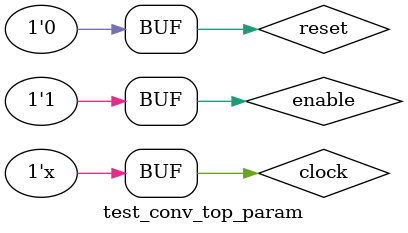
<source format=v>
`timescale 1ns/1ps

module test_conv_top_param();


//******* ADD for resource parameter

parameter INPUT_NUM_MEM=1;	

parameter	DATA_WIDTH=16;		
// number of input output feature map


//addr width
parameter	IN_FEATURE_ADDR_WIDTH=10;		


	reg clock=1;
	reg enable;
	reg reset;


 
	
	wire   in_feature_rden_a ;
	wire   in_feature_rden_b ;
	wire   in_feature_wren_a ;
	wire   in_feature_wren_b ;
	

	wire [DATA_WIDTH-1: 0] finalresult;


lenet lenet(

.clock(clock),
.enable(enable),     
.reset(reset),

.finalresult(finalresult)	
)	;	
		





		
//signals assignment
	always #3.3333333 clock=~clock; 
	initial
	begin
    
		enable=0;
		reset=0;
		

	 
		#10
		reset=1;
		#10
		reset=0;
		#10
		enable=1;

 
	end
  
endmodule

</source>
